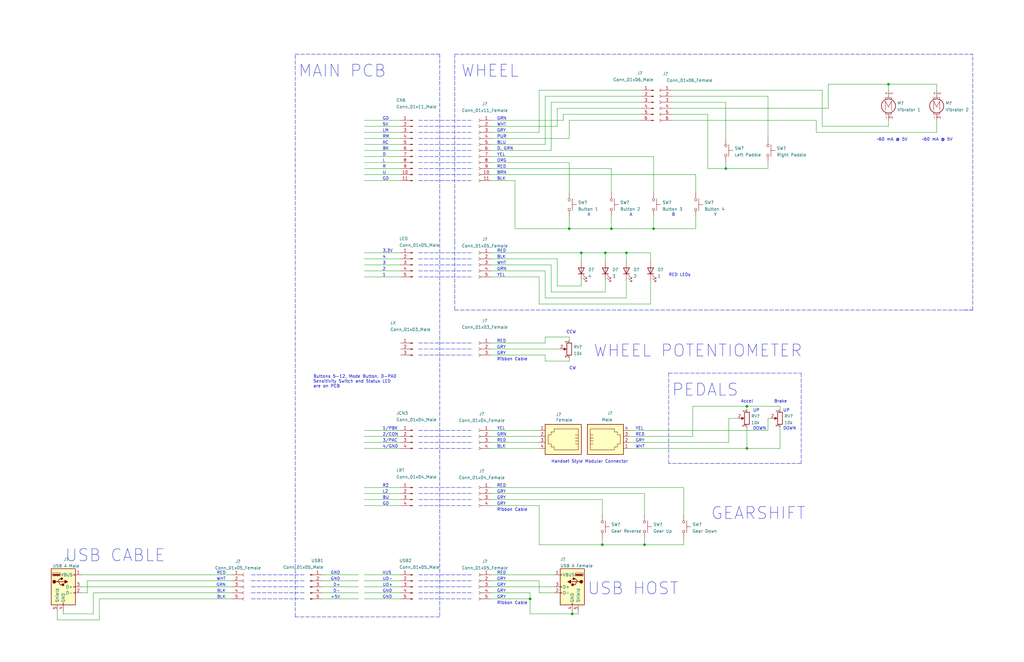
<source format=kicad_sch>
(kicad_sch (version 20211123) (generator eeschema)
  (paper "USLedger")
  (title_block (title "FlashFire ForceWheel WH-2304V Steering Wheel Wiring Diagram") (date "2021-12-30") (rev "0B") (company "Shawn D'Alimonte") (comment 1 "Use at own risk") (comment 2 "No guarentee this is correct!") (comment 3 "This is reverese engineered"))
  (lib_symbols
    (symbol "Connector:4P4C" (pin_names (offset 1.016))
      (property "Reference" "J" (at -5.08 8.89 0))
      (property "Value" "4P4C" (at 2.54 8.89 0))
      (symbol "4P4C_0_1"
        (polyline (pts (xy -6.35 -0.635) (xy -5.08 -0.635) (xy -5.08 -0.635)))
        (polyline (pts (xy -6.35 0.635) (xy -5.08 0.635) (xy -5.08 0.635)))
        (polyline (pts (xy -6.35 1.905) (xy -5.08 1.905) (xy -5.08 1.905)))
        (polyline (pts (xy -6.35 3.175) (xy -5.08 3.175) (xy -5.08 3.175)))
        (polyline (pts (xy -6.35 -3.175) (xy -6.35 5.715) (xy -1.27 5.715) (xy 3.81 5.715) (xy 3.81 4.445) (xy 5.08 4.445) (xy 5.08 3.175) (xy 6.35 3.175) (xy 6.35 -0.635) (xy 5.08 -0.635) (xy 5.08 -1.905) (xy 3.81 -1.905) (xy 3.81 -3.175) (xy -6.35 -3.175) (xy -6.35 -3.175)))
        (rectangle (start 7.62 7.62) (end -7.62 -5.08) (stroke (width 0.254)) (fill (type background)))
      )
      (symbol "4P4C_1_1"
        (pin passive line (at 10.16 -2.54 180) (length 2.54) (name "~") (number "1"))
        (pin passive line (at 10.16 0 180) (length 2.54) (name "~") (number "2"))
        (pin passive line (at 10.16 2.54 180) (length 2.54) (name "~") (number "3"))
        (pin passive line (at 10.16 5.08 180) (length 2.54) (name "~") (number "4"))
      )
    )
    (symbol "Connector:Conn_01x03_Female" (pin_names (offset 1.016) hide)
      (property "Reference" "J" (at 0 5.08 0))
      (property "Value" "Conn_01x03_Female" (at 0 -5.08 0))
      (symbol "Conn_01x03_Female_1_1"
        (arc (start 0 -2.032) (mid -0.508 -2.54) (end 0 -3.048) (stroke (width 0.1524)))
        (polyline (pts (xy -1.27 -2.54) (xy -0.508 -2.54)) (stroke (width 0.1524)))
        (polyline (pts (xy -1.27 0) (xy -0.508 0)) (stroke (width 0.1524)))
        (polyline (pts (xy -1.27 2.54) (xy -0.508 2.54)) (stroke (width 0.1524)))
        (arc (start 0 0.508) (mid -0.508 0) (end 0 -0.508) (stroke (width 0.1524)))
        (arc (start 0 3.048) (mid -0.508 2.54) (end 0 2.032) (stroke (width 0.1524)))
        (pin passive line (at -5.08 2.54 0) (length 3.81) (name "Pin_1") (number "1"))
        (pin passive line (at -5.08 0 0) (length 3.81) (name "Pin_2") (number "2"))
        (pin passive line (at -5.08 -2.54 0) (length 3.81) (name "Pin_3") (number "3"))
      )
    )
    (symbol "Connector:Conn_01x03_Male" (pin_names (offset 1.016) hide)
      (property "Reference" "J" (at 0 5.08 0))
      (property "Value" "Conn_01x03_Male" (at 0 -5.08 0))
      (symbol "Conn_01x03_Male_1_1"
        (polyline (pts (xy 1.27 -2.54) (xy 0.8636 -2.54)) (stroke (width 0.1524)))
        (polyline (pts (xy 1.27 0) (xy 0.8636 0)) (stroke (width 0.1524)))
        (polyline (pts (xy 1.27 2.54) (xy 0.8636 2.54)) (stroke (width 0.1524)))
        (rectangle (start 0.8636 -2.413) (end 0 -2.667) (stroke (width 0.1524)) (fill (type outline)))
        (rectangle (start 0.8636 0.127) (end 0 -0.127) (stroke (width 0.1524)) (fill (type outline)))
        (rectangle (start 0.8636 2.667) (end 0 2.413) (stroke (width 0.1524)) (fill (type outline)))
        (pin passive line (at 5.08 2.54 180) (length 3.81) (name "Pin_1") (number "1"))
        (pin passive line (at 5.08 0 180) (length 3.81) (name "Pin_2") (number "2"))
        (pin passive line (at 5.08 -2.54 180) (length 3.81) (name "Pin_3") (number "3"))
      )
    )
    (symbol "Connector:Conn_01x04_Female" (pin_names (offset 1.016) hide)
      (property "Reference" "J" (at 0 5.08 0))
      (property "Value" "Conn_01x04_Female" (at 0 -7.62 0))
      (symbol "Conn_01x04_Female_1_1"
        (arc (start 0 -4.572) (mid -0.508 -5.08) (end 0 -5.588) (stroke (width 0.1524)))
        (arc (start 0 -2.032) (mid -0.508 -2.54) (end 0 -3.048) (stroke (width 0.1524)))
        (polyline (pts (xy -1.27 -5.08) (xy -0.508 -5.08)) (stroke (width 0.1524)))
        (polyline (pts (xy -1.27 -2.54) (xy -0.508 -2.54)) (stroke (width 0.1524)))
        (polyline (pts (xy -1.27 0) (xy -0.508 0)) (stroke (width 0.1524)))
        (polyline (pts (xy -1.27 2.54) (xy -0.508 2.54)) (stroke (width 0.1524)))
        (arc (start 0 0.508) (mid -0.508 0) (end 0 -0.508) (stroke (width 0.1524)))
        (arc (start 0 3.048) (mid -0.508 2.54) (end 0 2.032) (stroke (width 0.1524)))
        (pin passive line (at -5.08 2.54 0) (length 3.81) (name "Pin_1") (number "1"))
        (pin passive line (at -5.08 0 0) (length 3.81) (name "Pin_2") (number "2"))
        (pin passive line (at -5.08 -2.54 0) (length 3.81) (name "Pin_3") (number "3"))
        (pin passive line (at -5.08 -5.08 0) (length 3.81) (name "Pin_4") (number "4"))
      )
    )
    (symbol "Connector:Conn_01x04_Male" (pin_names (offset 1.016) hide)
      (property "Reference" "J" (at 0 5.08 0))
      (property "Value" "Conn_01x04_Male" (at 0 -7.62 0))
      (symbol "Conn_01x04_Male_1_1"
        (polyline (pts (xy 1.27 -5.08) (xy 0.8636 -5.08)) (stroke (width 0.1524)))
        (polyline (pts (xy 1.27 -2.54) (xy 0.8636 -2.54)) (stroke (width 0.1524)))
        (polyline (pts (xy 1.27 0) (xy 0.8636 0)) (stroke (width 0.1524)))
        (polyline (pts (xy 1.27 2.54) (xy 0.8636 2.54)) (stroke (width 0.1524)))
        (rectangle (start 0.8636 -4.953) (end 0 -5.207) (stroke (width 0.1524)) (fill (type outline)))
        (rectangle (start 0.8636 -2.413) (end 0 -2.667) (stroke (width 0.1524)) (fill (type outline)))
        (rectangle (start 0.8636 0.127) (end 0 -0.127) (stroke (width 0.1524)) (fill (type outline)))
        (rectangle (start 0.8636 2.667) (end 0 2.413) (stroke (width 0.1524)) (fill (type outline)))
        (pin passive line (at 5.08 2.54 180) (length 3.81) (name "Pin_1") (number "1"))
        (pin passive line (at 5.08 0 180) (length 3.81) (name "Pin_2") (number "2"))
        (pin passive line (at 5.08 -2.54 180) (length 3.81) (name "Pin_3") (number "3"))
        (pin passive line (at 5.08 -5.08 180) (length 3.81) (name "Pin_4") (number "4"))
      )
    )
    (symbol "Connector:Conn_01x05_Female" (pin_names (offset 1.016) hide)
      (property "Reference" "J" (at 0 7.62 0))
      (property "Value" "Conn_01x05_Female" (at 0 -7.62 0))
      (symbol "Conn_01x05_Female_1_1"
        (arc (start 0 -4.572) (mid -0.508 -5.08) (end 0 -5.588) (stroke (width 0.1524)))
        (arc (start 0 -2.032) (mid -0.508 -2.54) (end 0 -3.048) (stroke (width 0.1524)))
        (polyline (pts (xy -1.27 -5.08) (xy -0.508 -5.08)) (stroke (width 0.1524)))
        (polyline (pts (xy -1.27 -2.54) (xy -0.508 -2.54)) (stroke (width 0.1524)))
        (polyline (pts (xy -1.27 0) (xy -0.508 0)) (stroke (width 0.1524)))
        (polyline (pts (xy -1.27 2.54) (xy -0.508 2.54)) (stroke (width 0.1524)))
        (polyline (pts (xy -1.27 5.08) (xy -0.508 5.08)) (stroke (width 0.1524)))
        (arc (start 0 0.508) (mid -0.508 0) (end 0 -0.508) (stroke (width 0.1524)))
        (arc (start 0 3.048) (mid -0.508 2.54) (end 0 2.032) (stroke (width 0.1524)))
        (arc (start 0 5.588) (mid -0.508 5.08) (end 0 4.572) (stroke (width 0.1524)))
        (pin passive line (at -5.08 5.08 0) (length 3.81) (name "Pin_1") (number "1"))
        (pin passive line (at -5.08 2.54 0) (length 3.81) (name "Pin_2") (number "2"))
        (pin passive line (at -5.08 0 0) (length 3.81) (name "Pin_3") (number "3"))
        (pin passive line (at -5.08 -2.54 0) (length 3.81) (name "Pin_4") (number "4"))
        (pin passive line (at -5.08 -5.08 0) (length 3.81) (name "Pin_5") (number "5"))
      )
    )
    (symbol "Connector:Conn_01x05_Male" (pin_names (offset 1.016) hide)
      (property "Reference" "J" (at 0 7.62 0))
      (property "Value" "Conn_01x05_Male" (at 0 -7.62 0))
      (symbol "Conn_01x05_Male_1_1"
        (polyline (pts (xy 1.27 -5.08) (xy 0.8636 -5.08)) (stroke (width 0.1524)))
        (polyline (pts (xy 1.27 -2.54) (xy 0.8636 -2.54)) (stroke (width 0.1524)))
        (polyline (pts (xy 1.27 0) (xy 0.8636 0)) (stroke (width 0.1524)))
        (polyline (pts (xy 1.27 2.54) (xy 0.8636 2.54)) (stroke (width 0.1524)))
        (polyline (pts (xy 1.27 5.08) (xy 0.8636 5.08)) (stroke (width 0.1524)))
        (rectangle (start 0.8636 -4.953) (end 0 -5.207) (stroke (width 0.1524)) (fill (type outline)))
        (rectangle (start 0.8636 -2.413) (end 0 -2.667) (stroke (width 0.1524)) (fill (type outline)))
        (rectangle (start 0.8636 0.127) (end 0 -0.127) (stroke (width 0.1524)) (fill (type outline)))
        (rectangle (start 0.8636 2.667) (end 0 2.413) (stroke (width 0.1524)) (fill (type outline)))
        (rectangle (start 0.8636 5.207) (end 0 4.953) (stroke (width 0.1524)) (fill (type outline)))
        (pin passive line (at 5.08 5.08 180) (length 3.81) (name "Pin_1") (number "1"))
        (pin passive line (at 5.08 2.54 180) (length 3.81) (name "Pin_2") (number "2"))
        (pin passive line (at 5.08 0 180) (length 3.81) (name "Pin_3") (number "3"))
        (pin passive line (at 5.08 -2.54 180) (length 3.81) (name "Pin_4") (number "4"))
        (pin passive line (at 5.08 -5.08 180) (length 3.81) (name "Pin_5") (number "5"))
      )
    )
    (symbol "Connector:Conn_01x06_Female" (pin_names (offset 1.016) hide)
      (property "Reference" "J" (at 0 7.62 0))
      (property "Value" "Conn_01x06_Female" (at 0 -10.16 0))
      (symbol "Conn_01x06_Female_1_1"
        (arc (start 0 -7.112) (mid -0.508 -7.62) (end 0 -8.128) (stroke (width 0.1524)))
        (arc (start 0 -4.572) (mid -0.508 -5.08) (end 0 -5.588) (stroke (width 0.1524)))
        (arc (start 0 -2.032) (mid -0.508 -2.54) (end 0 -3.048) (stroke (width 0.1524)))
        (polyline (pts (xy -1.27 -7.62) (xy -0.508 -7.62)) (stroke (width 0.1524)))
        (polyline (pts (xy -1.27 -5.08) (xy -0.508 -5.08)) (stroke (width 0.1524)))
        (polyline (pts (xy -1.27 -2.54) (xy -0.508 -2.54)) (stroke (width 0.1524)))
        (polyline (pts (xy -1.27 0) (xy -0.508 0)) (stroke (width 0.1524)))
        (polyline (pts (xy -1.27 2.54) (xy -0.508 2.54)) (stroke (width 0.1524)))
        (polyline (pts (xy -1.27 5.08) (xy -0.508 5.08)) (stroke (width 0.1524)))
        (arc (start 0 0.508) (mid -0.508 0) (end 0 -0.508) (stroke (width 0.1524)))
        (arc (start 0 3.048) (mid -0.508 2.54) (end 0 2.032) (stroke (width 0.1524)))
        (arc (start 0 5.588) (mid -0.508 5.08) (end 0 4.572) (stroke (width 0.1524)))
        (pin passive line (at -5.08 5.08 0) (length 3.81) (name "Pin_1") (number "1"))
        (pin passive line (at -5.08 2.54 0) (length 3.81) (name "Pin_2") (number "2"))
        (pin passive line (at -5.08 0 0) (length 3.81) (name "Pin_3") (number "3"))
        (pin passive line (at -5.08 -2.54 0) (length 3.81) (name "Pin_4") (number "4"))
        (pin passive line (at -5.08 -5.08 0) (length 3.81) (name "Pin_5") (number "5"))
        (pin passive line (at -5.08 -7.62 0) (length 3.81) (name "Pin_6") (number "6"))
      )
    )
    (symbol "Connector:Conn_01x06_Male" (pin_names (offset 1.016) hide)
      (property "Reference" "J" (at 0 7.62 0))
      (property "Value" "Conn_01x06_Male" (at 0 -10.16 0))
      (symbol "Conn_01x06_Male_1_1"
        (polyline (pts (xy 1.27 -7.62) (xy 0.8636 -7.62)) (stroke (width 0.1524)))
        (polyline (pts (xy 1.27 -5.08) (xy 0.8636 -5.08)) (stroke (width 0.1524)))
        (polyline (pts (xy 1.27 -2.54) (xy 0.8636 -2.54)) (stroke (width 0.1524)))
        (polyline (pts (xy 1.27 0) (xy 0.8636 0)) (stroke (width 0.1524)))
        (polyline (pts (xy 1.27 2.54) (xy 0.8636 2.54)) (stroke (width 0.1524)))
        (polyline (pts (xy 1.27 5.08) (xy 0.8636 5.08)) (stroke (width 0.1524)))
        (rectangle (start 0.8636 -7.493) (end 0 -7.747) (stroke (width 0.1524)) (fill (type outline)))
        (rectangle (start 0.8636 -4.953) (end 0 -5.207) (stroke (width 0.1524)) (fill (type outline)))
        (rectangle (start 0.8636 -2.413) (end 0 -2.667) (stroke (width 0.1524)) (fill (type outline)))
        (rectangle (start 0.8636 0.127) (end 0 -0.127) (stroke (width 0.1524)) (fill (type outline)))
        (rectangle (start 0.8636 2.667) (end 0 2.413) (stroke (width 0.1524)) (fill (type outline)))
        (rectangle (start 0.8636 5.207) (end 0 4.953) (stroke (width 0.1524)) (fill (type outline)))
        (pin passive line (at 5.08 5.08 180) (length 3.81) (name "Pin_1") (number "1"))
        (pin passive line (at 5.08 2.54 180) (length 3.81) (name "Pin_2") (number "2"))
        (pin passive line (at 5.08 0 180) (length 3.81) (name "Pin_3") (number "3"))
        (pin passive line (at 5.08 -2.54 180) (length 3.81) (name "Pin_4") (number "4"))
        (pin passive line (at 5.08 -5.08 180) (length 3.81) (name "Pin_5") (number "5"))
        (pin passive line (at 5.08 -7.62 180) (length 3.81) (name "Pin_6") (number "6"))
      )
    )
    (symbol "Connector:Conn_01x11_Female" (pin_names (offset 1.016) hide)
      (property "Reference" "J" (at 0 15.24 0))
      (property "Value" "Conn_01x11_Female" (at 0 -15.24 0))
      (symbol "Conn_01x11_Female_1_1"
        (arc (start 0 -12.192) (mid -0.508 -12.7) (end 0 -13.208) (stroke (width 0.1524)))
        (arc (start 0 -9.652) (mid -0.508 -10.16) (end 0 -10.668) (stroke (width 0.1524)))
        (arc (start 0 -7.112) (mid -0.508 -7.62) (end 0 -8.128) (stroke (width 0.1524)))
        (arc (start 0 -4.572) (mid -0.508 -5.08) (end 0 -5.588) (stroke (width 0.1524)))
        (arc (start 0 -2.032) (mid -0.508 -2.54) (end 0 -3.048) (stroke (width 0.1524)))
        (polyline (pts (xy -1.27 -12.7) (xy -0.508 -12.7)) (stroke (width 0.1524)))
        (polyline (pts (xy -1.27 -10.16) (xy -0.508 -10.16)) (stroke (width 0.1524)))
        (polyline (pts (xy -1.27 -7.62) (xy -0.508 -7.62)) (stroke (width 0.1524)))
        (polyline (pts (xy -1.27 -5.08) (xy -0.508 -5.08)) (stroke (width 0.1524)))
        (polyline (pts (xy -1.27 -2.54) (xy -0.508 -2.54)) (stroke (width 0.1524)))
        (polyline (pts (xy -1.27 0) (xy -0.508 0)) (stroke (width 0.1524)))
        (polyline (pts (xy -1.27 2.54) (xy -0.508 2.54)) (stroke (width 0.1524)))
        (polyline (pts (xy -1.27 5.08) (xy -0.508 5.08)) (stroke (width 0.1524)))
        (polyline (pts (xy -1.27 7.62) (xy -0.508 7.62)) (stroke (width 0.1524)))
        (polyline (pts (xy -1.27 10.16) (xy -0.508 10.16)) (stroke (width 0.1524)))
        (polyline (pts (xy -1.27 12.7) (xy -0.508 12.7)) (stroke (width 0.1524)))
        (arc (start 0 0.508) (mid -0.508 0) (end 0 -0.508) (stroke (width 0.1524)))
        (arc (start 0 3.048) (mid -0.508 2.54) (end 0 2.032) (stroke (width 0.1524)))
        (arc (start 0 5.588) (mid -0.508 5.08) (end 0 4.572) (stroke (width 0.1524)))
        (arc (start 0 8.128) (mid -0.508 7.62) (end 0 7.112) (stroke (width 0.1524)))
        (arc (start 0 10.668) (mid -0.508 10.16) (end 0 9.652) (stroke (width 0.1524)))
        (arc (start 0 13.208) (mid -0.508 12.7) (end 0 12.192) (stroke (width 0.1524)))
        (pin passive line (at -5.08 12.7 0) (length 3.81) (name "Pin_1") (number "1"))
        (pin passive line (at -5.08 -10.16 0) (length 3.81) (name "Pin_10") (number "10"))
        (pin passive line (at -5.08 -12.7 0) (length 3.81) (name "Pin_11") (number "11"))
        (pin passive line (at -5.08 10.16 0) (length 3.81) (name "Pin_2") (number "2"))
        (pin passive line (at -5.08 7.62 0) (length 3.81) (name "Pin_3") (number "3"))
        (pin passive line (at -5.08 5.08 0) (length 3.81) (name "Pin_4") (number "4"))
        (pin passive line (at -5.08 2.54 0) (length 3.81) (name "Pin_5") (number "5"))
        (pin passive line (at -5.08 0 0) (length 3.81) (name "Pin_6") (number "6"))
        (pin passive line (at -5.08 -2.54 0) (length 3.81) (name "Pin_7") (number "7"))
        (pin passive line (at -5.08 -5.08 0) (length 3.81) (name "Pin_8") (number "8"))
        (pin passive line (at -5.08 -7.62 0) (length 3.81) (name "Pin_9") (number "9"))
      )
    )
    (symbol "Connector:Conn_01x11_Male" (pin_names (offset 1.016) hide)
      (property "Reference" "J" (at 0 15.24 0))
      (property "Value" "Conn_01x11_Male" (at 0 -15.24 0))
      (symbol "Conn_01x11_Male_1_1"
        (polyline (pts (xy 1.27 -12.7) (xy 0.8636 -12.7)) (stroke (width 0.1524)))
        (polyline (pts (xy 1.27 -10.16) (xy 0.8636 -10.16)) (stroke (width 0.1524)))
        (polyline (pts (xy 1.27 -7.62) (xy 0.8636 -7.62)) (stroke (width 0.1524)))
        (polyline (pts (xy 1.27 -5.08) (xy 0.8636 -5.08)) (stroke (width 0.1524)))
        (polyline (pts (xy 1.27 -2.54) (xy 0.8636 -2.54)) (stroke (width 0.1524)))
        (polyline (pts (xy 1.27 0) (xy 0.8636 0)) (stroke (width 0.1524)))
        (polyline (pts (xy 1.27 2.54) (xy 0.8636 2.54)) (stroke (width 0.1524)))
        (polyline (pts (xy 1.27 5.08) (xy 0.8636 5.08)) (stroke (width 0.1524)))
        (polyline (pts (xy 1.27 7.62) (xy 0.8636 7.62)) (stroke (width 0.1524)))
        (polyline (pts (xy 1.27 10.16) (xy 0.8636 10.16)) (stroke (width 0.1524)))
        (polyline (pts (xy 1.27 12.7) (xy 0.8636 12.7)) (stroke (width 0.1524)))
        (rectangle (start 0.8636 -12.573) (end 0 -12.827) (stroke (width 0.1524)) (fill (type outline)))
        (rectangle (start 0.8636 -10.033) (end 0 -10.287) (stroke (width 0.1524)) (fill (type outline)))
        (rectangle (start 0.8636 -7.493) (end 0 -7.747) (stroke (width 0.1524)) (fill (type outline)))
        (rectangle (start 0.8636 -4.953) (end 0 -5.207) (stroke (width 0.1524)) (fill (type outline)))
        (rectangle (start 0.8636 -2.413) (end 0 -2.667) (stroke (width 0.1524)) (fill (type outline)))
        (rectangle (start 0.8636 0.127) (end 0 -0.127) (stroke (width 0.1524)) (fill (type outline)))
        (rectangle (start 0.8636 2.667) (end 0 2.413) (stroke (width 0.1524)) (fill (type outline)))
        (rectangle (start 0.8636 5.207) (end 0 4.953) (stroke (width 0.1524)) (fill (type outline)))
        (rectangle (start 0.8636 7.747) (end 0 7.493) (stroke (width 0.1524)) (fill (type outline)))
        (rectangle (start 0.8636 10.287) (end 0 10.033) (stroke (width 0.1524)) (fill (type outline)))
        (rectangle (start 0.8636 12.827) (end 0 12.573) (stroke (width 0.1524)) (fill (type outline)))
        (pin passive line (at 5.08 12.7 180) (length 3.81) (name "Pin_1") (number "1"))
        (pin passive line (at 5.08 -10.16 180) (length 3.81) (name "Pin_10") (number "10"))
        (pin passive line (at 5.08 -12.7 180) (length 3.81) (name "Pin_11") (number "11"))
        (pin passive line (at 5.08 10.16 180) (length 3.81) (name "Pin_2") (number "2"))
        (pin passive line (at 5.08 7.62 180) (length 3.81) (name "Pin_3") (number "3"))
        (pin passive line (at 5.08 5.08 180) (length 3.81) (name "Pin_4") (number "4"))
        (pin passive line (at 5.08 2.54 180) (length 3.81) (name "Pin_5") (number "5"))
        (pin passive line (at 5.08 0 180) (length 3.81) (name "Pin_6") (number "6"))
        (pin passive line (at 5.08 -2.54 180) (length 3.81) (name "Pin_7") (number "7"))
        (pin passive line (at 5.08 -5.08 180) (length 3.81) (name "Pin_8") (number "8"))
        (pin passive line (at 5.08 -7.62 180) (length 3.81) (name "Pin_9") (number "9"))
      )
    )
    (symbol "Connector:USB_A" (pin_names (offset 1.016))
      (property "Reference" "J" (at -5.08 11.43 0))
      (property "Value" "USB_A" (at -5.08 8.89 0))
      (symbol "USB_A_0_1"
        (rectangle (start -5.08 -7.62) (end 5.08 7.62) (stroke (width 0.254)) (fill (type background)))
        (circle (center -3.81 2.159) (radius 0.635) (stroke (width 0.254)) (fill (type outline)))
        (rectangle (start -1.524 4.826) (end -4.318 5.334) (fill (type outline)))
        (rectangle (start -1.27 4.572) (end -4.572 5.842))
        (circle (center -0.635 3.429) (radius 0.381) (stroke (width 0.254)) (fill (type outline)))
        (rectangle (start -0.127 -7.62) (end 0.127 -6.858))
        (polyline (pts (xy -3.175 2.159) (xy -2.54 2.159) (xy -1.27 3.429) (xy -0.635 3.429)) (stroke (width 0.254)))
        (polyline (pts (xy -2.54 2.159) (xy -1.905 2.159) (xy -1.27 0.889) (xy 0 0.889)) (stroke (width 0.254)))
        (polyline (pts (xy 0.635 2.794) (xy 0.635 1.524) (xy 1.905 2.159) (xy 0.635 2.794)) (stroke (width 0.254)) (fill (type outline)))
        (rectangle (start 0.254 1.27) (end -0.508 0.508) (stroke (width 0.254)) (fill (type outline)))
        (rectangle (start 5.08 -2.667) (end 4.318 -2.413))
        (rectangle (start 5.08 -0.127) (end 4.318 0.127))
        (rectangle (start 5.08 4.953) (end 4.318 5.207))
      )
      (symbol "USB_A_1_1"
        (polyline (pts (xy -1.905 2.159) (xy 0.635 2.159)) (stroke (width 0.254)))
        (pin power_in line (at 7.62 5.08 180) (length 2.54) (name "VBUS") (number "1"))
        (pin bidirectional line (at 7.62 -2.54 180) (length 2.54) (name "D-") (number "2"))
        (pin bidirectional line (at 7.62 0 180) (length 2.54) (name "D+") (number "3"))
        (pin power_in line (at 0 -10.16 90) (length 2.54) (name "GND") (number "4"))
        (pin passive line (at -2.54 -10.16 90) (length 2.54) (name "Shield") (number "5"))
      )
    )
    (symbol "Device:LED" (pin_numbers hide) (pin_names (offset 1.016) hide)
      (property "Reference" "D" (at 0 2.54 0))
      (property "Value" "LED" (at 0 -2.54 0))
      (symbol "LED_0_1"
        (polyline (pts (xy -1.27 -1.27) (xy -1.27 1.27)) (stroke (width 0.254)))
        (polyline (pts (xy -1.27 0) (xy 1.27 0)))
        (polyline (pts (xy 1.27 -1.27) (xy 1.27 1.27) (xy -1.27 0) (xy 1.27 -1.27)) (stroke (width 0.254)))
        (polyline (pts (xy -3.048 -0.762) (xy -4.572 -2.286) (xy -3.81 -2.286) (xy -4.572 -2.286) (xy -4.572 -1.524)))
        (polyline (pts (xy -1.778 -0.762) (xy -3.302 -2.286) (xy -2.54 -2.286) (xy -3.302 -2.286) (xy -3.302 -1.524)))
      )
      (symbol "LED_1_1"
        (pin passive line (at -3.81 0 0) (length 2.54) (name "K") (number "1"))
        (pin passive line (at 3.81 0 180) (length 2.54) (name "A") (number "2"))
      )
    )
    (symbol "Device:R_Potentiometer" (pin_names (offset 1.016) hide)
      (property "Reference" "RV" (at -4.445 0 90))
      (property "Value" "R_Potentiometer" (at -2.54 0 90))
      (symbol "R_Potentiometer_0_1"
        (polyline (pts (xy 2.54 0) (xy 1.524 0)))
        (polyline (pts (xy 1.143 0) (xy 2.286 0.508) (xy 2.286 -0.508) (xy 1.143 0)) (fill (type outline)))
        (rectangle (start 1.016 2.54) (end -1.016 -2.54) (stroke (width 0.254)))
      )
      (symbol "R_Potentiometer_1_1"
        (pin passive line (at 0 3.81 270) (length 1.27) (name "1") (number "1"))
        (pin passive line (at 3.81 0 180) (length 1.27) (name "2") (number "2"))
        (pin passive line (at 0 -3.81 90) (length 1.27) (name "3") (number "3"))
      )
    )
    (symbol "Motor:Motor_DC_ALT" (pin_names (offset 0))
      (property "Reference" "M" (at 2.54 2.54 0))
      (property "Value" "Motor_DC_ALT" (at 2.54 -5.08 0))
      (symbol "Motor_DC_ALT_0_0"
        (circle (center 0 -1.524) (radius 2.9718) (stroke (width 0.254)))
        (polyline (pts (xy -1.27 -4.318) (xy -1.27 -5.08) (xy 1.27 -5.08) (xy 1.27 -4.318)))
        (polyline (pts (xy -1.27 1.27) (xy -1.27 2.032) (xy 1.27 2.032) (xy 1.27 1.27)))
        (polyline (pts (xy -1.27 -3.302) (xy -1.27 0.508) (xy 0 -2.032) (xy 1.27 0.508) (xy 1.27 -3.302)))
      )
      (symbol "Motor_DC_ALT_0_1"
        (polyline (pts (xy 0 2.032) (xy 0 2.54)))
      )
      (symbol "Motor_DC_ALT_1_1"
        (pin passive line (at 0 5.08 270) (length 2.54) (name "+") (number "1"))
        (pin passive line (at 0 -7.62 90) (length 2.54) (name "-") (number "2"))
      )
    )
    (symbol "Switch:SW_Push" (pin_numbers hide) (pin_names (offset 1.016) hide)
      (property "Reference" "SW" (at 1.27 2.54 0))
      (property "Value" "SW_Push" (at 0 -1.524 0))
      (symbol "SW_Push_0_1"
        (circle (center -2.032 0) (radius 0.508))
        (polyline (pts (xy 0 1.27) (xy 0 3.048)))
        (polyline (pts (xy 2.54 1.27) (xy -2.54 1.27)))
        (circle (center 2.032 0) (radius 0.508))
        (pin passive line (at -5.08 0 0) (length 2.54) (name "1") (number "1"))
        (pin passive line (at 5.08 0 180) (length 2.54) (name "2") (number "2"))
      )
    )
  )
  (junction (at 254 229.87))
  (junction (at 223.52 252.73))
  (junction (at 374.65 35.56))
  (junction (at 240.03 96.52))
  (junction (at 255.27 106.68))
  (junction (at 241.3 259.08))
  (junction (at 271.78 229.87))
  (junction (at 306.07 71.12))
  (junction (at 314.96 189.23))
  (junction (at 275.59 96.52))
  (junction (at 257.81 96.52))
  (junction (at 245.11 106.68))
  (junction (at 314.96 171.45))
  (junction (at 264.16 106.68))
  (polyline (pts (xy 176.53 116.84) (xy 199.39 116.84)))
  (wire (pts (xy 97.79 245.11) (xy 36.83 245.11)))
  (polyline (pts (xy 176.53 247.65) (xy 199.39 247.65)))
  (wire (pts (xy 207.01 114.3) (xy 229.87 114.3)))
  (wire (pts (xy 207.01 147.32) (xy 236.22 147.32)))
  (wire (pts (xy 153.67 250.19) (xy 168.91 250.19)))
  (wire (pts (xy 314.96 189.23) (xy 314.96 180.34)))
  (polyline (pts (xy 176.53 111.76) (xy 199.39 111.76)))
  (wire (pts (xy 207.01 66.04) (xy 275.59 66.04)))
  (wire (pts (xy 275.59 81.28) (xy 275.59 66.04)))
  (polyline (pts (xy 176.53 55.88) (xy 199.39 55.88)))
  (wire (pts (xy 153.67 247.65) (xy 168.91 247.65)))
  (wire (pts (xy 255.27 110.49) (xy 255.27 106.68)))
  (wire (pts (xy 36.83 245.11) (xy 36.83 250.19)))
  (wire (pts (xy 271.78 227.33) (xy 271.78 229.87)))
  (wire (pts (xy 374.65 35.56) (xy 394.97 35.56)))
  (wire (pts (xy 394.97 35.56) (xy 394.97 38.1)))
  (wire (pts (xy 153.67 205.74) (xy 168.91 205.74)))
  (wire (pts (xy 151.13 250.19) (xy 135.89 250.19)))
  (wire (pts (xy 254 227.33) (xy 254 229.87)))
  (wire (pts (xy 232.41 43.18) (xy 270.51 43.18)))
  (wire (pts (xy 257.81 91.44) (xy 257.81 96.52)))
  (wire (pts (xy 227.33 38.1) (xy 270.51 38.1)))
  (wire (pts (xy 232.41 111.76) (xy 232.41 123.19)))
  (wire (pts (xy 232.41 123.19) (xy 255.27 123.19)))
  (wire (pts (xy 255.27 123.19) (xy 255.27 118.11)))
  (wire (pts (xy 153.67 252.73) (xy 168.91 252.73)))
  (wire (pts (xy 240.03 50.8) (xy 270.51 50.8)))
  (wire (pts (xy 151.13 245.11) (xy 135.89 245.11)))
  (wire (pts (xy 153.67 208.28) (xy 168.91 208.28)))
  (wire (pts (xy 237.49 48.26) (xy 237.49 50.8)))
  (wire (pts (xy 237.49 50.8) (xy 207.01 50.8)))
  (polyline (pts (xy 176.53 114.3) (xy 199.39 114.3)))
  (wire (pts (xy 39.37 250.19) (xy 39.37 259.08)))
  (polyline (pts (xy 176.53 71.12) (xy 199.39 71.12)))
  (wire (pts (xy 153.67 210.82) (xy 168.91 210.82)))
  (wire (pts (xy 306.07 71.12) (xy 306.07 68.58)))
  (wire (pts (xy 323.85 68.58) (xy 323.85 71.12)))
  (wire (pts (xy 323.85 71.12) (xy 306.07 71.12)))
  (wire (pts (xy 207.01 149.86) (xy 229.87 149.86)))
  (wire (pts (xy 241.3 259.08) (xy 243.84 259.08)))
  (wire (pts (xy 243.84 257.81) (xy 243.84 259.08)))
  (wire (pts (xy 283.21 48.26) (xy 298.45 48.26)))
  (wire (pts (xy 298.45 48.26) (xy 298.45 71.12)))
  (wire (pts (xy 298.45 71.12) (xy 306.07 71.12)))
  (polyline (pts (xy 176.53 76.2) (xy 199.39 76.2)))
  (wire (pts (xy 234.95 109.22) (xy 234.95 120.65)))
  (wire (pts (xy 234.95 120.65) (xy 245.11 120.65)))
  (wire (pts (xy 245.11 120.65) (xy 245.11 118.11)))
  (wire (pts (xy 151.13 247.65) (xy 135.89 247.65)))
  (polyline (pts (xy 176.53 58.42) (xy 199.39 58.42)))
  (wire (pts (xy 207.01 73.66) (xy 293.37 73.66)))
  (wire (pts (xy 293.37 81.28) (xy 293.37 73.66)))
  (polyline (pts (xy 191.77 130.81) (xy 191.77 130.81)))
  (wire (pts (xy 265.43 186.69) (xy 307.34 186.69)))
  (wire (pts (xy 97.79 250.19) (xy 39.37 250.19)))
  (wire (pts (xy 257.81 71.12) (xy 207.01 71.12)))
  (wire (pts (xy 257.81 81.28) (xy 257.81 71.12)))
  (polyline (pts (xy 176.53 144.78) (xy 199.39 144.78)))
  (wire (pts (xy 97.79 242.57) (xy 34.29 242.57)))
  (wire (pts (xy 207.01 205.74) (xy 288.29 205.74)))
  (polyline (pts (xy 176.53 252.73) (xy 199.39 252.73)))
  (wire (pts (xy 153.67 60.96) (xy 168.91 60.96)))
  (wire (pts (xy 275.59 91.44) (xy 275.59 96.52)))
  (wire (pts (xy 153.67 50.8) (xy 168.91 50.8)))
  (wire (pts (xy 207.01 181.61) (xy 227.33 181.61)))
  (wire (pts (xy 153.67 181.61) (xy 168.91 181.61)))
  (polyline (pts (xy 176.53 250.19) (xy 199.39 250.19)))
  (polyline (pts (xy 176.53 106.68) (xy 199.39 106.68)))
  (polyline (pts (xy 176.53 242.57) (xy 199.39 242.57)))
  (wire (pts (xy 229.87 40.64) (xy 270.51 40.64)))
  (wire (pts (xy 153.67 184.15) (xy 168.91 184.15)))
  (wire (pts (xy 153.67 76.2) (xy 168.91 76.2)))
  (wire (pts (xy 306.07 43.18) (xy 283.21 43.18)))
  (wire (pts (xy 306.07 58.42) (xy 306.07 43.18)))
  (polyline (pts (xy 176.53 186.69) (xy 199.39 186.69)))
  (wire (pts (xy 153.67 73.66) (xy 168.91 73.66)))
  (wire (pts (xy 151.13 242.57) (xy 135.89 242.57)))
  (polyline (pts (xy 406.4 130.81) (xy 410.21 130.81)))
  (wire (pts (xy 264.16 106.68) (xy 264.16 110.49)))
  (polyline (pts (xy 176.53 245.11) (xy 199.39 245.11)))
  (wire (pts (xy 26.67 259.08) (xy 26.67 257.81)))
  (wire (pts (xy 229.87 114.3) (xy 229.87 125.73)))
  (wire (pts (xy 229.87 125.73) (xy 264.16 125.73)))
  (wire (pts (xy 264.16 125.73) (xy 264.16 118.11)))
  (wire (pts (xy 207.01 184.15) (xy 227.33 184.15)))
  (wire (pts (xy 346.71 38.1) (xy 283.21 38.1)))
  (wire (pts (xy 346.71 53.34) (xy 346.71 38.1)))
  (wire (pts (xy 374.65 50.8) (xy 374.65 53.34)))
  (wire (pts (xy 374.65 53.34) (xy 346.71 53.34)))
  (wire (pts (xy 254 210.82) (xy 254 217.17)))
  (wire (pts (xy 153.67 68.58) (xy 168.91 68.58)))
  (polyline (pts (xy 176.53 149.86) (xy 199.39 149.86)))
  (wire (pts (xy 153.67 55.88) (xy 168.91 55.88)))
  (wire (pts (xy 24.13 261.62) (xy 24.13 257.81)))
  (wire (pts (xy 41.91 252.73) (xy 41.91 261.62)))
  (wire (pts (xy 41.91 261.62) (xy 24.13 261.62)))
  (wire (pts (xy 97.79 252.73) (xy 41.91 252.73)))
  (wire (pts (xy 153.67 63.5) (xy 168.91 63.5)))
  (wire (pts (xy 207.01 210.82) (xy 254 210.82)))
  (polyline (pts (xy 176.53 147.32) (xy 199.39 147.32)))
  (polyline (pts (xy 124.46 22.86) (xy 185.42 22.86)))
  (polyline (pts (xy 124.46 260.35) (xy 124.46 22.86)))
  (polyline (pts (xy 185.42 22.86) (xy 185.42 260.35)))
  (polyline (pts (xy 185.42 260.35) (xy 124.46 260.35)))
  (polyline (pts (xy 176.53 73.66) (xy 199.39 73.66)))
  (wire (pts (xy 229.87 40.64) (xy 229.87 60.96)))
  (wire (pts (xy 229.87 60.96) (xy 207.01 60.96)))
  (wire (pts (xy 207.01 245.11) (xy 227.33 245.11)))
  (wire (pts (xy 227.33 245.11) (xy 227.33 250.19)))
  (wire (pts (xy 227.33 250.19) (xy 233.68 250.19)))
  (wire (pts (xy 314.96 189.23) (xy 328.93 189.23)))
  (wire (pts (xy 328.93 189.23) (xy 328.93 180.34)))
  (wire (pts (xy 207.01 189.23) (xy 227.33 189.23)))
  (wire (pts (xy 234.95 45.72) (xy 270.51 45.72)))
  (wire (pts (xy 97.79 247.65) (xy 34.29 247.65)))
  (wire (pts (xy 207.01 76.2) (xy 217.17 76.2)))
  (wire (pts (xy 217.17 76.2) (xy 217.17 96.52)))
  (wire (pts (xy 217.17 96.52) (xy 240.03 96.52)))
  (wire (pts (xy 240.03 96.52) (xy 257.81 96.52)))
  (wire (pts (xy 257.81 96.52) (xy 275.59 96.52)))
  (wire (pts (xy 275.59 96.52) (xy 293.37 96.52)))
  (wire (pts (xy 293.37 96.52) (xy 293.37 91.44)))
  (wire (pts (xy 153.67 213.36) (xy 168.91 213.36)))
  (polyline (pts (xy 176.53 53.34) (xy 199.39 53.34)))
  (wire (pts (xy 227.33 213.36) (xy 227.33 229.87)))
  (wire (pts (xy 227.33 229.87) (xy 254 229.87)))
  (wire (pts (xy 254 229.87) (xy 271.78 229.87)))
  (wire (pts (xy 271.78 229.87) (xy 288.29 229.87)))
  (wire (pts (xy 288.29 229.87) (xy 288.29 227.33)))
  (wire (pts (xy 207.01 106.68) (xy 245.11 106.68)))
  (wire (pts (xy 245.11 106.68) (xy 255.27 106.68)))
  (wire (pts (xy 255.27 106.68) (xy 264.16 106.68)))
  (wire (pts (xy 264.16 106.68) (xy 274.32 106.68)))
  (wire (pts (xy 274.32 106.68) (xy 274.32 110.49)))
  (wire (pts (xy 207.01 208.28) (xy 271.78 208.28)))
  (wire (pts (xy 307.34 176.53) (xy 311.15 176.53)))
  (wire (pts (xy 307.34 186.69) (xy 307.34 176.53)))
  (wire (pts (xy 207.01 213.36) (xy 227.33 213.36)))
  (polyline (pts (xy 176.53 213.36) (xy 199.39 213.36)))
  (wire (pts (xy 265.43 181.61) (xy 323.85 181.61)))
  (wire (pts (xy 323.85 176.53) (xy 325.12 176.53)))
  (wire (pts (xy 323.85 181.61) (xy 323.85 176.53)))
  (wire (pts (xy 265.43 184.15) (xy 292.1 184.15)))
  (wire (pts (xy 292.1 171.45) (xy 314.96 171.45)))
  (wire (pts (xy 292.1 184.15) (xy 292.1 171.45)))
  (wire (pts (xy 314.96 171.45) (xy 328.93 171.45)))
  (wire (pts (xy 328.93 171.45) (xy 328.93 172.72)))
  (polyline (pts (xy 191.77 101.6) (xy 191.77 130.81)))
  (polyline (pts (xy 281.94 157.48) (xy 281.94 195.58)))
  (polyline (pts (xy 281.94 157.48) (xy 337.82 157.48)))
  (polyline (pts (xy 337.82 157.48) (xy 337.82 195.58)))
  (polyline (pts (xy 337.82 195.58) (xy 281.94 195.58)))
  (polyline (pts (xy 176.53 50.8) (xy 199.39 50.8)))
  (wire (pts (xy 227.33 116.84) (xy 227.33 128.27)))
  (wire (pts (xy 227.33 128.27) (xy 274.32 128.27)))
  (wire (pts (xy 274.32 128.27) (xy 274.32 118.11)))
  (wire (pts (xy 153.67 53.34) (xy 168.91 53.34)))
  (wire (pts (xy 245.11 106.68) (xy 245.11 110.49)))
  (wire (pts (xy 153.67 242.57) (xy 168.91 242.57)))
  (polyline (pts (xy 176.53 189.23) (xy 199.39 189.23)))
  (polyline (pts (xy 176.53 68.58) (xy 199.39 68.58)))
  (wire (pts (xy 153.67 186.69) (xy 168.91 186.69)))
  (wire (pts (xy 207.01 186.69) (xy 227.33 186.69)))
  (wire (pts (xy 207.01 252.73) (xy 223.52 252.73)))
  (wire (pts (xy 207.01 116.84) (xy 227.33 116.84)))
  (wire (pts (xy 271.78 208.28) (xy 271.78 217.17)))
  (wire (pts (xy 153.67 116.84) (xy 168.91 116.84)))
  (polyline (pts (xy 191.77 22.86) (xy 191.77 101.6)))
  (polyline (pts (xy 191.77 22.86) (xy 410.21 22.86)))
  (polyline (pts (xy 191.77 130.81) (xy 410.21 130.81)))
  (polyline (pts (xy 410.21 130.81) (xy 410.21 22.86)))
  (polyline (pts (xy 128.27 242.57) (xy 105.41 242.57)))
  (polyline (pts (xy 176.53 60.96) (xy 199.39 60.96)))
  (wire (pts (xy 237.49 48.26) (xy 270.51 48.26)))
  (wire (pts (xy 207.01 111.76) (xy 232.41 111.76)))
  (polyline (pts (xy 176.53 205.74) (xy 199.39 205.74)))
  (wire (pts (xy 153.67 106.68) (xy 168.91 106.68)))
  (polyline (pts (xy 128.27 252.73) (xy 105.41 252.73)))
  (wire (pts (xy 344.17 50.8) (xy 283.21 50.8)))
  (wire (pts (xy 344.17 55.88) (xy 344.17 50.8)))
  (wire (pts (xy 394.97 50.8) (xy 394.97 55.88)))
  (wire (pts (xy 394.97 55.88) (xy 344.17 55.88)))
  (polyline (pts (xy 176.53 184.15) (xy 199.39 184.15)))
  (wire (pts (xy 265.43 189.23) (xy 314.96 189.23)))
  (wire (pts (xy 207.01 109.22) (xy 234.95 109.22)))
  (wire (pts (xy 153.67 71.12) (xy 168.91 71.12)))
  (wire (pts (xy 153.67 245.11) (xy 168.91 245.11)))
  (polyline (pts (xy 128.27 247.65) (xy 105.41 247.65)))
  (polyline (pts (xy 176.53 66.04) (xy 199.39 66.04)))
  (wire (pts (xy 207.01 242.57) (xy 233.68 242.57)))
  (wire (pts (xy 153.67 109.22) (xy 168.91 109.22)))
  (wire (pts (xy 229.87 142.24) (xy 240.03 142.24)))
  (wire (pts (xy 229.87 144.78) (xy 229.87 142.24)))
  (wire (pts (xy 240.03 142.24) (xy 240.03 143.51)))
  (wire (pts (xy 153.67 189.23) (xy 168.91 189.23)))
  (polyline (pts (xy 128.27 245.11) (xy 105.41 245.11)))
  (wire (pts (xy 283.21 45.72) (xy 349.25 45.72)))
  (wire (pts (xy 349.25 35.56) (xy 374.65 35.56)))
  (wire (pts (xy 349.25 45.72) (xy 349.25 35.56)))
  (wire (pts (xy 374.65 35.56) (xy 374.65 38.1)))
  (wire (pts (xy 207.01 250.19) (xy 223.52 250.19)))
  (wire (pts (xy 223.52 250.19) (xy 223.52 252.73)))
  (wire (pts (xy 223.52 252.73) (xy 223.52 259.08)))
  (wire (pts (xy 223.52 259.08) (xy 241.3 259.08)))
  (wire (pts (xy 241.3 259.08) (xy 241.3 257.81)))
  (wire (pts (xy 232.41 43.18) (xy 232.41 63.5)))
  (wire (pts (xy 232.41 63.5) (xy 207.01 63.5)))
  (wire (pts (xy 207.01 144.78) (xy 229.87 144.78)))
  (wire (pts (xy 207.01 53.34) (xy 234.95 53.34)))
  (wire (pts (xy 234.95 45.72) (xy 234.95 53.34)))
  (wire (pts (xy 153.67 66.04) (xy 168.91 66.04)))
  (wire (pts (xy 207.01 247.65) (xy 233.68 247.65)))
  (wire (pts (xy 323.85 40.64) (xy 283.21 40.64)))
  (wire (pts (xy 323.85 58.42) (xy 323.85 40.64)))
  (polyline (pts (xy 176.53 210.82) (xy 199.39 210.82)))
  (wire (pts (xy 207.01 68.58) (xy 240.03 68.58)))
  (wire (pts (xy 240.03 81.28) (xy 240.03 68.58)))
  (wire (pts (xy 314.96 171.45) (xy 314.96 172.72)))
  (wire (pts (xy 207.01 58.42) (xy 240.03 58.42)))
  (wire (pts (xy 240.03 50.8) (xy 240.03 58.42)))
  (wire (pts (xy 288.29 205.74) (xy 288.29 217.17)))
  (polyline (pts (xy 176.53 63.5) (xy 199.39 63.5)))
  (polyline (pts (xy 176.53 181.61) (xy 199.39 181.61)))
  (wire (pts (xy 153.67 114.3) (xy 168.91 114.3)))
  (polyline (pts (xy 176.53 208.28) (xy 199.39 208.28)))
  (wire (pts (xy 207.01 55.88) (xy 227.33 55.88)))
  (wire (pts (xy 227.33 38.1) (xy 227.33 55.88)))
  (polyline (pts (xy 176.53 109.22) (xy 199.39 109.22)))
  (wire (pts (xy 36.83 250.19) (xy 34.29 250.19)))
  (wire (pts (xy 153.67 58.42) (xy 168.91 58.42)))
  (wire (pts (xy 151.13 252.73) (xy 135.89 252.73)))
  (polyline (pts (xy 128.27 250.19) (xy 105.41 250.19)))
  (wire (pts (xy 240.03 91.44) (xy 240.03 96.52)))
  (wire (pts (xy 153.67 111.76) (xy 168.91 111.76)))
  (wire (pts (xy 26.67 259.08) (xy 39.37 259.08)))
  (wire (pts (xy 229.87 149.86) (xy 229.87 152.4)))
  (wire (pts (xy 229.87 152.4) (xy 240.03 152.4)))
  (wire (pts (xy 240.03 152.4) (xy 240.03 151.13)))
  (text "L" (at 161.29 68.58 0) (effects (font (size 1.27 1.27)) (justify left bottom)))
  (text "GD" (at 161.3065 213.36 0) (effects (font (size 1.27 1.27)) (justify left bottom)))
  (text "Ribbon Cable" (at 209.55 215.9 0) (effects (font (size 1.27 1.27)) (justify left bottom)))
  (text "AC" (at 161.29 60.96 0) (effects (font (size 1.27 1.27)) (justify left bottom)))
  (text "USB CABLE\n" (at 69.85 237.49 180) (effects (font (size 5.08 5.08)) (justify right bottom)))
  (text "DOWN" (at 330.2 181.61 0) (effects (font (size 1.27 1.27)) (justify left bottom)))
  (text "RED LEDs" (at 281.94 116.84 0) (effects (font (size 1.27 1.27)) (justify left bottom)))
  (text "USB HOST" (at 247.65 251.46 0) (effects (font (size 5.08 5.08)) (justify left bottom)))
  (text "R" (at 161.29 71.12 0) (effects (font (size 1.27 1.27)) (justify left bottom)))
  (text "+5V" (at 143.51 252.73 180) (effects (font (size 1.27 1.27)) (justify right bottom)))
  (text "BLU" (at 209.55 60.96 0) (effects (font (size 1.27 1.27)) (justify left bottom)))
  (text "GRY" (at 267.97 186.69 0) (effects (font (size 1.27 1.27)) (justify left bottom)))
  (text "Handset Style Modular Connector" (at 232.41 195.58 0) (effects (font (size 1.27 1.27)) (justify left bottom)))
  (text "CW" (at 240.03 156.21 0) (effects (font (size 1.27 1.27)) (justify left bottom)))
  (text "Buttons 5-12, Mode Button, D-PAD\nSensitivity Switch and Status LED \nare on PCB" (at 132.08 163.83 0) (effects (font (size 1.27 1.27)) (justify left bottom)))
  (text "GND" (at 161.3065 250.19 0) (effects (font (size 1.27 1.27)) (justify left bottom)))
  (text "WHT" (at 267.97 189.23 0) (effects (font (size 1.27 1.27)) (justify left bottom)))
  (text "MAIN PCB" (at 125.73 33.02 0) (effects (font (size 5.08 5.08)) (justify left bottom)))
  (text "GRY" (at 209.55 55.88 0) (effects (font (size 1.27 1.27)) (justify left bottom)))
  (text "YEL" (at 267.97 181.61 0) (effects (font (size 1.27 1.27)) (justify left bottom)))
  (text "GND" (at 143.4935 245.11 180) (effects (font (size 1.27 1.27)) (justify right bottom)))
  (text "D-" (at 143.51 250.19 180) (effects (font (size 1.27 1.27)) (justify right bottom)))
  (text "BLK" (at 95.25 252.73 180) (effects (font (size 1.27 1.27)) (justify right bottom)))
  (text "R2" (at 161.29 205.74 0) (effects (font (size 1.27 1.27)) (justify left bottom)))
  (text "Ribbon Cable" (at 209.55 255.27 0) (effects (font (size 1.27 1.27)) (justify left bottom)))
  (text "Accel" (at 312.42 170.18 0) (effects (font (size 1.27 1.27)) (justify left bottom)))
  (text "RED" (at 209.55 106.68 0) (effects (font (size 1.27 1.27)) (justify left bottom)))
  (text "PEDALS" (at 283.21 167.64 0) (effects (font (size 5.08 5.08)) (justify left bottom)))
  (text "RED" (at 209.55 205.74 0) (effects (font (size 1.27 1.27)) (justify left bottom)))
  (text "ORG" (at 209.55 68.58 0) (effects (font (size 1.27 1.27)) (justify left bottom)))
  (text "GRN" (at 209.55 114.3 0) (effects (font (size 1.27 1.27)) (justify left bottom)))
  (text "1" (at 161.29 116.84 0) (effects (font (size 1.27 1.27)) (justify left bottom)))
  (text "GRY" (at 209.55 210.82 0) (effects (font (size 1.27 1.27)) (justify left bottom)))
  (text "UD+" (at 161.29 247.65 0) (effects (font (size 1.27 1.27)) (justify left bottom)))
  (text "3" (at 161.29 111.76 0) (effects (font (size 1.27 1.27)) (justify left bottom)))
  (text "WHT" (at 209.55 111.76 0) (effects (font (size 1.27 1.27)) (justify left bottom)))
  (text "RED" (at 267.97 184.15 0) (effects (font (size 1.27 1.27)) (justify left bottom)))
  (text "BK" (at 161.29 63.5 0) (effects (font (size 1.27 1.27)) (justify left bottom)))
  (text "A" (at 265.43 91.44 0) (effects (font (size 1.27 1.27)) (justify left bottom)))
  (text "BU" (at 161.29 210.82 0) (effects (font (size 1.27 1.27)) (justify left bottom)))
  (text "3.3V" (at 161.29 106.68 0) (effects (font (size 1.27 1.27)) (justify left bottom)))
  (text "4" (at 161.29 109.22 0) (effects (font (size 1.27 1.27)) (justify left bottom)))
  (text "GRY" (at 209.55 245.11 0) (effects (font (size 1.27 1.27)) (justify left bottom)))
  (text "2" (at 161.29 114.3 0) (effects (font (size 1.27 1.27)) (justify left bottom)))
  (text "RED" (at 209.55 71.12 0) (effects (font (size 1.27 1.27)) (justify left bottom)))
  (text "Y" (at 300.99 91.44 0) (effects (font (size 1.27 1.27)) (justify left bottom)))
  (text "YEL" (at 209.55 66.04 0) (effects (font (size 1.27 1.27)) (justify left bottom)))
  (text "LM" (at 161.29 55.88 0) (effects (font (size 1.27 1.27)) (justify left bottom)))
  (text "Ribbon Cable" (at 209.55 152.4 0) (effects (font (size 1.27 1.27)) (justify left bottom)))
  (text "X" (at 247.65 91.44 0) (effects (font (size 1.27 1.27)) (justify left bottom)))
  (text "GRN" (at 209.55 184.15 0) (effects (font (size 1.27 1.27)) (justify left bottom)))
  (text "GRY" (at 209.55 147.32 0) (effects (font (size 1.27 1.27)) (justify left bottom)))
  (text "4/GND" (at 161.3065 189.23 0) (effects (font (size 1.27 1.27)) (justify left bottom)))
  (text "~60 mA @ 5V" (at 369.57 59.69 0) (effects (font (size 1.27 1.27)) (justify left bottom)))
  (text "3/PAC\n" (at 161.29 186.69 0) (effects (font (size 1.27 1.27)) (justify left bottom)))
  (text "RED" (at 95.25 242.57 180) (effects (font (size 1.27 1.27)) (justify right bottom)))
  (text "UD-" (at 161.29 245.11 0) (effects (font (size 1.27 1.27)) (justify left bottom)))
  (text "B" (at 283.21 91.44 0) (effects (font (size 1.27 1.27)) (justify left bottom)))
  (text "GRY" (at 209.55 250.19 0) (effects (font (size 1.27 1.27)) (justify left bottom)))
  (text "L2" (at 161.29 208.28 0) (effects (font (size 1.27 1.27)) (justify left bottom)))
  (text "YEL" (at 209.55 181.61 0) (effects (font (size 1.27 1.27)) (justify left bottom)))
  (text "5V" (at 161.29 53.34 0) (effects (font (size 1.27 1.27)) (justify left bottom)))
  (text "UP" (at 330.2 173.99 0) (effects (font (size 1.27 1.27)) (justify left bottom)))
  (text "BLK" (at 209.55 76.2 0) (effects (font (size 1.27 1.27)) (justify left bottom)))
  (text "GRY" (at 209.55 149.86 0) (effects (font (size 1.27 1.27)) (justify left bottom)))
  (text "UP" (at 317.5 173.99 0) (effects (font (size 1.27 1.27)) (justify left bottom)))
  (text "D" (at 161.29 66.04 0) (effects (font (size 1.27 1.27)) (justify left bottom)))
  (text "GD" (at 161.29 50.8 0) (effects (font (size 1.27 1.27)) (justify left bottom)))
  (text "GND" (at 143.4935 242.57 180) (effects (font (size 1.27 1.27)) (justify right bottom)))
  (text "GRN" (at 95.25 247.65 180) (effects (font (size 1.27 1.27)) (justify right bottom)))
  (text "WHEEL\n" (at 194.31 33.02 0) (effects (font (size 5.08 5.08)) (justify left bottom)))
  (text "RED" (at 209.55 242.57 0) (effects (font (size 1.27 1.27)) (justify left bottom)))
  (text "2/CON" (at 161.29 184.15 0) (effects (font (size 1.27 1.27)) (justify left bottom)))
  (text "GRY" (at 209.55 213.36 0) (effects (font (size 1.27 1.27)) (justify left bottom)))
  (text "GND" (at 161.3065 252.73 0) (effects (font (size 1.27 1.27)) (justify left bottom)))
  (text "D. GRN" (at 209.55 63.5 0) (effects (font (size 1.27 1.27)) (justify left bottom)))
  (text "BRN" (at 209.55 73.66 0) (effects (font (size 1.27 1.27)) (justify left bottom)))
  (text "WHT" (at 95.25 245.11 180) (effects (font (size 1.27 1.27)) (justify right bottom)))
  (text "WHEEL POTENTIOMETER\n" (at 250.19 151.13 0) (effects (font (size 5.08 5.08)) (justify left bottom)))
  (text "BLK" (at 209.55 109.22 0) (effects (font (size 1.27 1.27)) (justify left bottom)))
  (text "YEL" (at 209.55 116.84 0) (effects (font (size 1.27 1.27)) (justify left bottom)))
  (text "GEARSHIFT" (at 299.72 219.71 0) (effects (font (size 5.08 5.08)) (justify left bottom)))
  (text "GD" (at 161.29 76.2 0) (effects (font (size 1.27 1.27)) (justify left bottom)))
  (text "1/PBK" (at 161.29 181.61 0) (effects (font (size 1.27 1.27)) (justify left bottom)))
  (text "BLK" (at 209.55 189.23 0) (effects (font (size 1.27 1.27)) (justify left bottom)))
  (text "Brake" (at 326.39 170.18 0) (effects (font (size 1.27 1.27)) (justify left bottom)))
  (text "RM" (at 161.29 58.42 0) (effects (font (size 1.27 1.27)) (justify left bottom)))
  (text "GRY" (at 209.55 252.73 0) (effects (font (size 1.27 1.27)) (justify left bottom)))
  (text "U" (at 161.29 73.66 0) (effects (font (size 1.27 1.27)) (justify left bottom)))
  (text "D+" (at 143.51 247.65 180) (effects (font (size 1.27 1.27)) (justify right bottom)))
  (text "~60 mA @ 5V" (at 388.62 59.69 0) (effects (font (size 1.27 1.27)) (justify left bottom)))
  (text "VUS" (at 161.29 242.57 0) (effects (font (size 1.27 1.27)) (justify left bottom)))
  (text "RED" (at 209.55 186.69 0) (effects (font (size 1.27 1.27)) (justify left bottom)))
  (text "GRY" (at 209.55 208.28 0) (effects (font (size 1.27 1.27)) (justify left bottom)))
  (text "CCW" (at 238.76 140.97 0) (effects (font (size 1.27 1.27)) (justify left bottom)))
  (text "GRY" (at 209.55 247.65 0) (effects (font (size 1.27 1.27)) (justify left bottom)))
  (text "DOWN" (at 317.5 181.61 0) (effects (font (size 1.27 1.27)) (justify left bottom)))
  (text "GRN" (at 209.55 50.8 0) (effects (font (size 1.27 1.27)) (justify left bottom)))
  (text "WHT" (at 209.55 53.34 0) (effects (font (size 1.27 1.27)) (justify left bottom)))
  (text "BLK" (at 95.25 250.19 180) (effects (font (size 1.27 1.27)) (justify right bottom)))
  (text "PUR" (at 209.55 58.42 0) (effects (font (size 1.27 1.27)) (justify left bottom)))
  (text "RED" (at 209.55 144.78 0) (effects (font (size 1.27 1.27)) (justify left bottom)))
  (symbol (lib_id "Device:LED") (at 274.32 114.3 90) (unit 1)
    (property "Reference" "D?" (at 277.2411 113.7725 90) (effects (justify right)))
    (property "Value" "1" (at 277.2411 116.5476 90) (effects (justify right)))
  )
  (symbol (lib_id "Connector:Conn_01x03_Male") (at 173.99 147.32 0) (mirror y) (unit 1)
    (property "Reference" "LX" (at 164.5413 136.2515 0) (effects (justify right)))
    (property "Value" "Conn_01x03_Male" (at 164.5413 139.0266 0) (effects (justify right)))
  )
  (symbol (lib_id "Connector:Conn_01x05_Female") (at 201.93 247.65 0) (mirror y) (unit 1)
    (property "Reference" "J?" (at 204.4319 236.8762 0))
    (property "Value" "Conn_01x05_Female" (at 204.4319 239.6513 0))
  )
  (symbol (lib_id "Switch:SW_Push") (at 293.37 86.36 270) (unit 1)
    (property "Reference" "SW?" (at 297.0531 85.4515 90) (effects (justify left)))
    (property "Value" "Button 4" (at 297.0531 88.2266 90) (effects (justify left)))
  )
  (symbol (lib_id "Switch:SW_Push") (at 323.85 63.5 270) (unit 1)
    (property "Reference" "SW?" (at 327.5331 62.5915 90) (effects (justify left)))
    (property "Value" "Right Paddle" (at 327.5331 65.3666 90) (effects (justify left)))
  )
  (symbol (lib_id "Connector:Conn_01x03_Female") (at 201.93 147.32 0) (mirror y) (unit 1)
    (property "Reference" "J?" (at 204.4319 135.2762 0))
    (property "Value" "Conn_01x03_Female" (at 204.4319 138.0513 0))
  )
  (symbol (lib_id "Switch:SW_Push") (at 254 222.25 270) (unit 1)
    (property "Reference" "SW?" (at 257.6831 221.3415 90) (effects (justify left)))
    (property "Value" "Gear Reverse" (at 257.6831 224.1166 90) (effects (justify left)))
  )
  (symbol (lib_id "Connector:Conn_01x05_Female") (at 201.93 111.76 0) (mirror y) (unit 1)
    (property "Reference" "J?" (at 204.4319 100.9862 0))
    (property "Value" "Conn_01x05_Female" (at 204.4319 103.7613 0))
  )
  (symbol (lib_id "Switch:SW_Push") (at 240.03 86.36 270) (unit 1)
    (property "Reference" "SW?" (at 243.7131 85.4515 90) (effects (justify left)))
    (property "Value" "Button 1" (at 243.7131 88.2266 90) (effects (justify left)))
  )
  (symbol (lib_id "Connector:USB_A") (at 26.67 247.65 0) (unit 1)
    (property "Reference" "J?" (at 27.8765 236.0634 0))
    (property "Value" "USB A Male" (at 27.8765 238.8385 0))
    (property "Datasheet" " ~" (effects hide))
  )
  (symbol (lib_id "Connector:Conn_01x11_Female") (at 201.93 63.5 0) (mirror y) (unit 1)
    (property "Reference" "J?" (at 204.4319 43.8362 0))
    (property "Value" "Conn_01x11_Female" (at 204.4319 46.6113 0))
  )
  (symbol (lib_id "Connector:Conn_01x05_Male") (at 130.81 247.65 0) (unit 1)
    (property "Reference" "USB1" (at 136.4487 236.5815 0) (effects (justify right)))
    (property "Value" "Conn_01x05_Male" (at 136.4487 239.3566 0) (effects (justify right)))
  )
  (symbol (lib_id "Connector:Conn_01x06_Female") (at 278.13 43.18 0) (mirror y) (unit 1)
    (property "Reference" "J?" (at 280.6319 31.1362 0))
    (property "Value" "Conn_01x06_Female" (at 290.7919 33.9113 0))
  )
  (symbol (lib_id "Device:R_Potentiometer") (at 328.93 176.53 0) (mirror y) (unit 1)
    (property "Reference" "RV?" (at 330.7081 175.6215 0) (effects (justify right)))
    (property "Value" "10k" (at 330.7081 178.3966 0) (effects (justify right)))
  )
  (symbol (lib_id "Connector:4P4C") (at 255.27 186.69 0) (unit 1)
    (property "Reference" "J?" (at 258.3179 174.3515 0) (effects (justify right)))
    (property "Value" "Male" (at 258.3179 177.1266 0) (effects (justify right)))
  )
  (symbol (lib_id "Connector:Conn_01x11_Male") (at 173.99 63.5 0) (mirror y) (unit 1)
    (property "Reference" "CN6" (at 167.0813 42.2715 0) (effects (justify right)))
    (property "Value" "Conn_01x11_Male" (at 167.0813 45.0466 0) (effects (justify right)))
  )
  (symbol (lib_id "Connector:USB_A") (at 241.3 247.65 0) (mirror y) (unit 1)
    (property "Reference" "J?" (at 236.22 235.9849 0) (effects (justify right)))
    (property "Value" "USB A Female" (at 236.22 238.76 0) (effects (justify right)))
    (property "Datasheet" " ~" (effects hide))
  )
  (symbol (lib_id "Connector:Conn_01x05_Male") (at 173.99 247.65 0) (mirror y) (unit 1)
    (property "Reference" "USB2" (at 168.3513 236.5815 0) (effects (justify right)))
    (property "Value" "Conn_01x05_Male" (at 168.3513 239.3566 0) (effects (justify right)))
  )
  (symbol (lib_id "Motor:Motor_DC_ALT") (at 374.65 43.18 0) (unit 1)
    (property "Reference" "M?" (at 378.3839 43.5415 0) (effects (justify left)))
    (property "Value" "Vibrator 1" (at 378.3839 46.3166 0) (effects (justify left)))
  )
  (symbol (lib_id "Motor:Motor_DC_ALT") (at 394.97 43.18 0) (unit 1)
    (property "Reference" "M?" (at 398.7039 43.5415 0) (effects (justify left)))
    (property "Value" "Vibrator 2" (at 398.7039 46.3166 0) (effects (justify left)))
  )
  (symbol (lib_id "Switch:SW_Push") (at 271.78 222.25 270) (unit 1)
    (property "Reference" "SW?" (at 275.4631 221.3415 90) (effects (justify left)))
    (property "Value" "Gear Up" (at 275.4631 224.1166 90) (effects (justify left)))
  )
  (symbol (lib_id "Connector:Conn_01x05_Male") (at 173.99 111.76 0) (mirror y) (unit 1)
    (property "Reference" "LED" (at 168.3513 100.6915 0) (effects (justify right)))
    (property "Value" "Conn_01x05_Male" (at 168.3513 103.4666 0) (effects (justify right)))
  )
  (symbol (lib_id "Connector:Conn_01x04_Female") (at 201.93 208.28 0) (mirror y) (unit 1)
    (property "Reference" "J?" (at 203.1619 198.7762 0))
    (property "Value" "Conn_01x04_Female" (at 203.1619 201.5513 0))
  )
  (symbol (lib_id "Switch:SW_Push") (at 275.59 86.36 270) (unit 1)
    (property "Reference" "SW?" (at 279.2731 85.4515 90) (effects (justify left)))
    (property "Value" "Button 3" (at 279.2731 88.2266 90) (effects (justify left)))
  )
  (symbol (lib_id "Connector:Conn_01x04_Male") (at 173.99 208.28 0) (mirror y) (unit 1)
    (property "Reference" "LRT" (at 167.0813 198.4815 0) (effects (justify right)))
    (property "Value" "Conn_01x04_Male" (at 167.0813 201.2566 0) (effects (justify right)))
  )
  (symbol (lib_id "Switch:SW_Push") (at 306.07 63.5 270) (unit 1)
    (property "Reference" "SW?" (at 309.7531 62.5915 90) (effects (justify left)))
    (property "Value" "Left Paddle" (at 309.7531 65.3666 90) (effects (justify left)))
  )
  (symbol (lib_id "Switch:SW_Push") (at 288.29 222.25 270) (unit 1)
    (property "Reference" "SW?" (at 291.9731 221.3415 90) (effects (justify left)))
    (property "Value" "Gear Down" (at 291.9731 224.1166 90) (effects (justify left)))
  )
  (symbol (lib_id "Connector:4P4C") (at 237.49 184.15 180) (unit 1)
    (property "Reference" "J?" (at 234.4421 174.8985 0) (effects (justify right)))
    (property "Value" "Female" (at 234.4421 177.2034 0) (effects (justify right)))
  )
  (symbol (lib_id "Connector:Conn_01x04_Male") (at 173.99 184.15 0) (mirror y) (unit 1)
    (property "Reference" "JCN3" (at 167.0813 174.3515 0) (effects (justify right)))
    (property "Value" "Conn_01x04_Male" (at 167.0813 177.1266 0) (effects (justify right)))
  )
  (symbol (lib_id "Device:LED") (at 264.16 114.3 90) (unit 1)
    (property "Reference" "D?" (at 267.0811 113.7725 90) (effects (justify right)))
    (property "Value" "2" (at 267.0811 116.5476 90) (effects (justify right)))
  )
  (symbol (lib_id "Connector:Conn_01x05_Female") (at 102.87 247.65 0) (unit 1)
    (property "Reference" "J?" (at 100.3681 236.8762 0))
    (property "Value" "Conn_01x05_Female" (at 100.3681 239.6513 0))
  )
  (symbol (lib_id "Device:LED") (at 245.11 114.3 90) (unit 1)
    (property "Reference" "D?" (at 248.0311 113.7725 90) (effects (justify right)))
    (property "Value" "4" (at 248.0311 116.5476 90) (effects (justify right)))
  )
  (symbol (lib_id "Switch:SW_Push") (at 257.81 86.36 270) (unit 1)
    (property "Reference" "SW?" (at 261.4931 85.4515 90) (effects (justify left)))
    (property "Value" "Button 2" (at 261.4931 88.2266 90) (effects (justify left)))
  )
  (symbol (lib_id "Connector:Conn_01x06_Male") (at 275.59 43.18 0) (mirror y) (unit 1)
    (property "Reference" "J?" (at 268.6813 30.8415 0) (effects (justify right)))
    (property "Value" "Conn_01x06_Male" (at 258.5213 33.6166 0) (effects (justify right)))
  )
  (symbol (lib_id "Connector:Conn_01x04_Female") (at 201.93 184.15 0) (mirror y) (unit 1)
    (property "Reference" "J?" (at 203.1619 174.6462 0))
    (property "Value" "Conn_01x04_Female" (at 203.1619 177.4213 0))
  )
  (symbol (lib_id "Device:R_Potentiometer") (at 240.03 147.32 0) (mirror y) (unit 1)
    (property "Reference" "RV?" (at 241.8081 146.4115 0) (effects (justify right)))
    (property "Value" "10k" (at 241.8081 149.1866 0) (effects (justify right)))
  )
  (symbol (lib_id "Device:R_Potentiometer") (at 314.96 176.53 0) (mirror y) (unit 1)
    (property "Reference" "RV?" (at 316.7381 175.6215 0) (effects (justify right)))
    (property "Value" "10k" (at 316.7381 178.3966 0) (effects (justify right)))
  )
  (symbol (lib_id "Device:LED") (at 255.27 114.3 90) (unit 1)
    (property "Reference" "D?" (at 258.1911 113.7725 90) (effects (justify right)))
    (property "Value" "3" (at 258.1911 116.5476 90) (effects (justify right)))
  )
)
</source>
